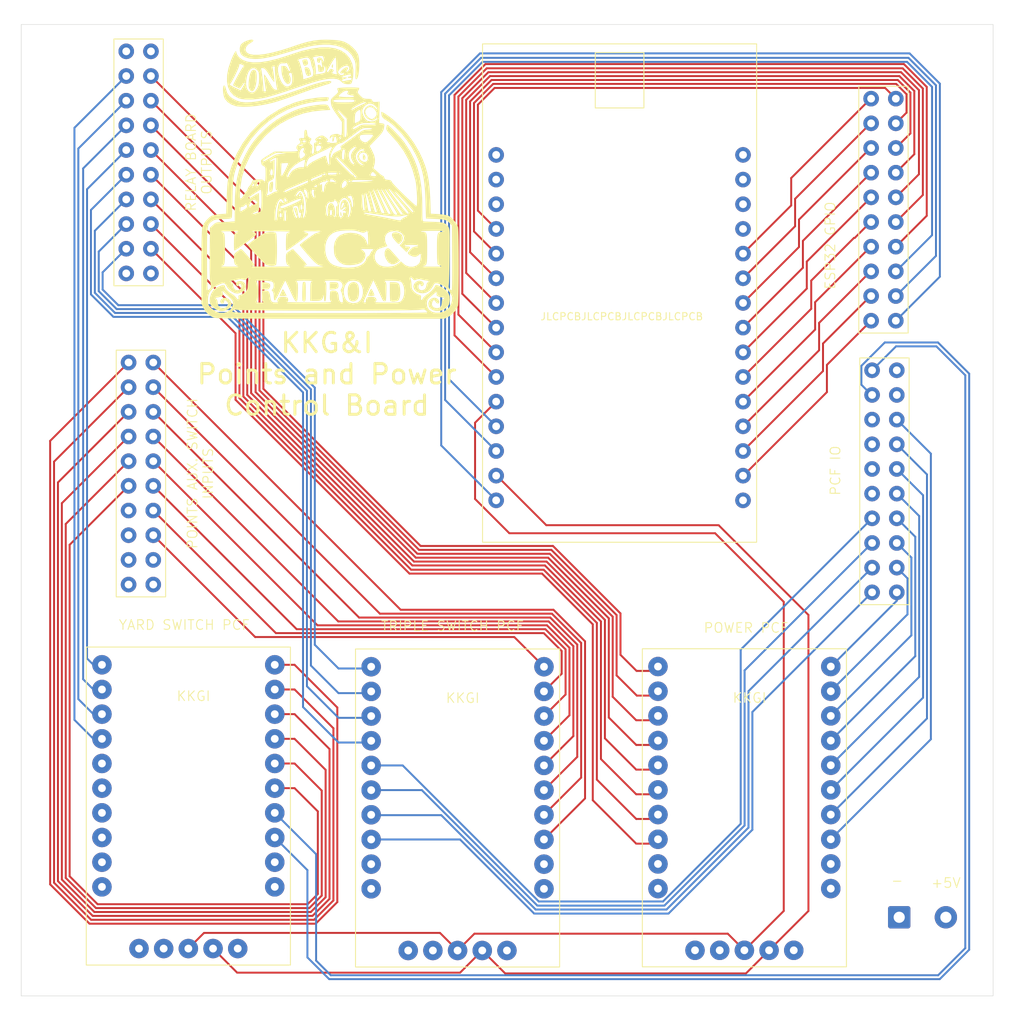
<source format=kicad_pcb>
(kicad_pcb (version 20241229) (generator "pcbnew") (generator_version "9.0")
  (layers (0 "F.Cu" signal) (4 "In1.Cu" signal) (6 "In2.Cu" signal) (2 "B.Cu" signal) (13 "F.Paste" user) (15 "B.Paste" user) (5 "F.SilkS" user "F.Silkscreen") (7 "B.SilkS" user "B.Silkscreen") (1 "F.Mask" user) (3 "B.Mask" user) (25 "Edge.Cuts" user))
  (net 0 "")
  (net 1 "Net-(U2-P15)")
  (net 2 "Net-(U2-P10)")
  (net 3 "+5V")
  (net 4 "Net-(U2-P12)")
  (net 5 "Net-(U2-P17)")
  (net 6 "Net-(U2-P11)")
  (net 7 "GND")
  (net 9 "Net-(U2-P13)")
  (net 10 "Net-(U2-P14)")
  (net 11 "Net-(U2-P16)")
  (net 12 "Net-(U3-P13)")
  (net 13 "Net-(U3-P11)")
  (net 14 "Net-(U3-P03)")
  (net 15 "Net-(U3-P06)")
  (net 17 "Net-(U3-P07)")
  (net 18 "Net-(U3-P12)")
  (net 19 "Net-(U3-P05)")
  (net 20 "Net-(U3-P04)")
  (net 21 "Net-(U3-P10)")
  (net 22 "Net-(U3-P02)")
  (net 23 "Net-(U4-P07)")
  (net 24 "Net-(U4-P01)")
  (net 25 "Net-(U4-P06)")
  (net 26 "Net-(U4-P10)")
  (net 27 "Net-(U4-P12)")
  (net 28 "Net-(U4-P03)")
  (net 29 "Net-(U4-P02)")
  (net 30 "Net-(U4-P04)")
  (net 31 "Net-(U4-P05)")
  (net 32 "Net-(U4-P11)")
  (net 33 "Net-(U4-P00)")
  (net 34 "Net-(U4-P13)")
  (net 36 "Net-(U1-GPIO14)")
  (net 37 "Net-(U1-GPIO35)")
  (net 38 "Net-(U1-GPIO27)")
  (net 39 "Net-(U1-GPIO26)")
  (net 41 "Net-(U1-GPIO34)")
  (net 43 "Net-(U1-GPIO39)")
  (net 45 "Net-(U1-GPIO36)")
  (net 46 "Net-(U1-GPIO32)")
  (net 47 "Net-(U1-GPIO33)")
  (net 48 "Net-(U1-GPIO25)")
  (net 51 "Net-(U1-I2C_SDA)")
  (net 53 "Net-(U1-I2C_SCL)")
  (net 56 "Net-(U1-GPIO16)")
  (net 57 "Net-(U1-GPIO18)")
  (net 58 "Net-(U1-GPIO19)")
  (net 59 "Net-(U1-GPIO23)")
  (net 60 "Net-(U1-GPIO1)")
  (net 61 "Net-(U1-GPIO2)")
  (net 62 "Net-(U1-GPIO3)")
  (net 63 "Net-(U1-GPIO4)")
  (net 64 "Net-(U1-GPIO17)")
  (net 65 "Net-(U1-GPIO5)")
  (net 66 "Net-(U2-P05)")
  (net 67 "Net-(U2-P03)")
  (net 69 "Net-(U2-P01)")
  (net 72 "Net-(U2-P06)")
  (net 73 "Net-(U2-P02)")
  (net 75 "Net-(U2-P04)")
  (net 76 "Net-(U2-P00)")
  (net 77 "Net-(U2-P07)")
  (net 79 "Net-(U3-P17)")
  (net 80 "Net-(U3-P01)")
  (net 81 "Net-(U3-P16)")
  (net 82 "Net-(U3-P00)")
  (net 83 "Net-(U4-P14)")
  (net 84 "Net-(U4-P15)")
  (net 85 "Net-(U4-P16)")
  (net 86 "Net-(U4-P17)")
  (net 87 "Net-(U3-P15)")
  (net 88 "Net-(U3-P14)")
  (footprint "KKGI:2X10_HEADER" (layer "F.Cu") (at 149.26 50.78)
    (property "Reference" "U8" (hide yes))
    (property "Value" "~" (hide yes))
  )
  (footprint "LOGO" (layer "F.Cu") (at 92.37 59.36)
    (property "Reference" "G***")
    (property "Value" "LOGO" (hide yes))
  )
  (footprint "KKGI:PCF8575" (layer "F.Cu") (at 134.95 123.21)
    (property "Reference" "U2" (hide yes))
    (property "Value" "Power PCF")
  )
  (footprint "KKGI:2X10_HEADER" (layer "F.Cu") (at 149.36 101.6 180)
    (property "Reference" "U7" (hide yes))
    (property "Value" "~" (hide yes))
  )
  (footprint "KKGI:PCF8575" (layer "F.Cu") (at 105.44 123.23)
    (property "Reference" "U4" (hide yes))
    (property "Value" "Triple Switch PCF")
  )
  (footprint "Connector_Wire:SolderWire-0.5sqmm_1x02_P4.8mm_D0.9mm_OD2.3mm" (layer "F.Cu") (at 150.88 135.05)
    (property "Reference" "J1" (hide yes))
    (property "Value" "Screw_Terminal_01x02")
  )
  (footprint "KKGI:2X10_HEADER" (layer "F.Cu") (at 72.62 45.91)
    (property "Reference" "U6" (hide yes))
    (property "Value" "Relay Board")
  )
  (footprint "KKGI:ESP32_DEVKIT" (layer "F.Cu") (at 122.11 70.54 180)
    (property "Reference" "U1" (hide yes))
    (property "Value" "~")
  )
  (footprint "KKGI:PCF8575" (layer "F.Cu") (at 77.74 123.03)
    (property "Reference" "U3" (hide yes))
    (property "Value" "Yard Switch PCF")
  )
  (footprint "KKGI:2X10_HEADER" (layer "F.Cu") (at 72.86 77.94)
    (property "Reference" "U5" (hide yes))
    (property "Value" "Points Aux Switches" (hide yes))
  )
  (gr_rect (start 60.54 43.145) (end 160.54 143.145) (stroke (width 0.05)) (fill no) (layer "Edge.Cuts"))
  (gr_text "RELAY BOARD\nOUTPUTS" (at 80.21 57.34 90) (layer "F.SilkS") (effects (font (size 1 1) (thickness 0.1)) (justify bottom)))
  (gr_text "POWER PCF" (at 135.12 105.84 0) (layer "F.SilkS") (effects (font (size 1 1) (thickness 0.1)) (justify bottom)))
  (gr_text "KKG&I\nPoints and Power\nControl Board" (at 91.99 83.53 0) (layer "F.SilkS") (effects (font (size 2 2) (thickness 0.3)) (justify bottom)))
  (gr_text "-" (at 150.67 131.85 0) (layer "F.SilkS") (effects (font (size 1 1) (thickness 0.1)) (justify bottom)))
  (gr_text "ESP32 GPIO" (at 144.37 65.9 90) (layer "F.SilkS") (effects (font (size 1 1) (thickness 0.1)) (justify bottom)))
  (gr_text "JLCPCBJLCPCBJLCPCBJLCPCB" (at 122.33 73.65 0) (layer "F.SilkS") (effects (font (size 0.75 0.75) (thickness 0.1)) (justify bottom)))
  (gr_text "TRIPLE SWITCH PCF" (at 104.92 105.66 0) (layer "F.SilkS") (effects (font (size 1 1) (thickness 0.1)) (justify bottom)))
  (gr_text "+5V" (at 155.69 132.1 0) (layer "F.SilkS") (effects (font (size 1 1) (thickness 0.1)) (justify bottom)))
  (gr_text "POINTS AUX. SWITCH\nINPUTS" (at 80.36 89.37 90) (layer "F.SilkS") (effects (font (size 1 1) (thickness 0.1)) (justify bottom)))
  (gr_text "YARD SWITCH PCF" (at 77.32 105.54 0) (layer "F.SilkS") (effects (font (size 1 1) (thickness 0.1)) (justify bottom)))
  (gr_text "PCF IO" (at 144.9 89.07 90) (layer "F.SilkS") (effects (font (size 1 1) (thickness 0.1)) (justify bottom)))
  (segment (start 126.06 121.94) (end 125.61 122.39) (width 0.2) (layer "F.Cu") (net 1))
  (segment (start 100.7872 98.833) (end 83.398 81.4438) (width 0.2) (layer "F.Cu") (net 1))
  (segment (start 120.19 118.76) (end 120.19 104.597096) (width 0.2) (layer "F.Cu") (net 1))
  (segment (start 125.61 122.39) (end 123.82 122.39) (width 0.2) (layer "F.Cu") (net 1))
  (segment (start 83.398 70.658) (end 73.89 61.15) (width 0.2) (layer "F.Cu") (net 1))
  (segment (start 123.82 122.39) (end 120.19 118.76) (width 0.2) (layer "F.Cu") (net 1))
  (segment (start 114.425904 98.833) (end 100.7872 98.833) (width 0.2) (layer "F.Cu") (net 1))
  (segment (start 120.19 104.597096) (end 114.425904 98.833) (width 0.2) (layer "F.Cu") (net 1))
  (segment (start 83.398 81.4438) (end 83.398 70.658) (width 0.2) (layer "F.Cu") (net 1))
  (segment (start 122.20245 108.032452) (end 122.20245 103.774052) (width 0.2) (layer "F.Cu") (net 2))
  (segment (start 123.859998 109.69) (end 122.20245 108.032452) (width 0.2) (layer "F.Cu") (net 2))
  (segment (start 85.46 60.02) (end 73.89 48.45) (width 0.2) (layer "F.Cu") (net 2))
  (segment (start 122.20245 103.774052) (end 115.256398 96.828) (width 0.2) (layer "F.Cu") (net 2))
  (segment (start 115.256398 96.828) (end 101.6393 96.828) (width 0.2) (layer "F.Cu") (net 2))
  (segment (start 85.46 80.6487) (end 85.46 60.02) (width 0.2) (layer "F.Cu") (net 2))
  (segment (start 125.61 109.69) (end 123.859998 109.69) (width 0.2) (layer "F.Cu") (net 2))
  (segment (start 101.6393 96.828) (end 85.46 80.6487) (width 0.2) (layer "F.Cu") (net 2))
  (segment (start 126.06 109.24) (end 125.61 109.69) (width 0.2) (layer "F.Cu") (net 2))
  (segment (start 123.82 114.77) (end 121.40045 112.35045) (width 0.2) (layer "F.Cu") (net 4))
  (segment (start 101.3071 97.63) (end 84.658 80.9809) (width 0.2) (layer "F.Cu") (net 4))
  (segment (start 126.06 114.32) (end 125.61 114.77) (width 0.2) (layer "F.Cu") (net 4))
  (segment (start 84.658 64.298) (end 73.89 53.53) (width 0.2) (layer "F.Cu") (net 4))
  (segment (start 84.658 80.9809) (end 84.658 64.298) (width 0.2) (layer "F.Cu") (net 4))
  (segment (start 121.40045 104.106252) (end 114.924198 97.63) (width 0.2) (layer "F.Cu") (net 4))
  (segment (start 114.924198 97.63) (end 101.3071 97.63) (width 0.2) (layer "F.Cu") (net 4))
  (segment (start 121.40045 112.35045) (end 121.40045 104.106252) (width 0.2) (layer "F.Cu") (net 4))
  (segment (start 125.61 114.77) (end 123.82 114.77) (width 0.2) (layer "F.Cu") (net 4))
  (segment (start 82.596 81.776) (end 82.596 74.936) (width 0.2) (layer "F.Cu") (net 5))
  (segment (start 114.129702 99.671) (end 100.491 99.671) (width 0.2) (layer "F.Cu") (net 5))
  (segment (start 123.82 127.47) (end 119.35 123) (width 0.2) (layer "F.Cu") (net 5))
  (segment (start 82.596 74.936) (end 73.89 66.23) (width 0.2) (layer "F.Cu") (net 5))
  (segment (start 119.35 104.891298) (end 114.129702 99.671) (width 0.2) (layer "F.Cu") (net 5))
  (segment (start 119.35 123) (end 119.35 104.891298) (width 0.2) (layer "F.Cu") (net 5))
  (segment (start 100.491 99.671) (end 82.596 81.776) (width 0.2) (layer "F.Cu") (net 5))
  (segment (start 126.06 127.02) (end 125.61 127.47) (width 0.2) (layer "F.Cu") (net 5))
  (segment (start 125.61 127.47) (end 123.82 127.47) (width 0.2) (layer "F.Cu") (net 5))
  (segment (start 121.80145 103.940152) (end 115.090298 97.229) (width 0.2) (layer "F.Cu") (net 6))
  (segment (start 126.06 111.78) (end 125.61 112.23) (width 0.2) (layer "F.Cu") (net 6))
  (segment (start 115.090298 97.229) (end 101.4732 97.229) (width 0.2) (layer "F.Cu") (net 6))
  (segment (start 85.059 62.159) (end 73.89 50.99) (width 0.2) (layer "F.Cu") (net 6))
  (segment (start 85.059 80.8148) (end 85.059 62.159) (width 0.2) (layer "F.Cu") (net 6))
  (segment (start 101.4732 97.229) (end 85.059 80.8148) (width 0.2) (layer "F.Cu") (net 6))
  (segment (start 123.879998 112.23) (end 121.80145 110.151452) (width 0.2) (layer "F.Cu") (net 6))
  (segment (start 121.80145 110.151452) (end 121.80145 103.940152) (width 0.2) (layer "F.Cu") (net 6))
  (segment (start 125.61 112.23) (end 123.879998 112.23) (width 0.2) (layer "F.Cu") (net 6))
  (segment (start 125.61 117.31) (end 126.06 116.86) (width 0.2) (layer "F.Cu") (net 9))
  (segment (start 101.141 98.031) (end 114.758102 98.031) (width 0.2) (layer "F.Cu") (net 9))
  (segment (start 73.89 56.07) (end 84.2 66.38) (width 0.2) (layer "F.Cu") (net 9))
  (segment (start 120.99945 104.272348) (end 120.99945 114.489452) (width 0.2) (layer "F.Cu") (net 9))
  (segment (start 84.2 66.38) (end 84.2 81.09) (width 0.2) (layer "F.Cu") (net 9))
  (segment (start 84.2 81.09) (end 101.141 98.031) (width 0.2) (layer "F.Cu") (net 9))
  (segment (start 123.819998 117.31) (end 125.61 117.31) (width 0.2) (layer "F.Cu") (net 9))
  (segment (start 120.99945 114.489452) (end 123.819998 117.31) (width 0.2) (layer "F.Cu") (net 9))
  (segment (start 114.758102 98.031) (end 120.99945 104.272348) (width 0.2) (layer "F.Cu") (net 9))
  (segment (start 120.59845 116.62845) (end 123.82 119.85) (width 0.2) (layer "F.Cu") (net 10))
  (segment (start 73.89 58.61) (end 83.799 68.519) (width 0.2) (layer "F.Cu") (net 10))
  (segment (start 114.592 98.432) (end 120.59845 104.43845) (width 0.2) (layer "F.Cu") (net 10))
  (segment (start 83.799 68.519) (end 83.799 81.277698) (width 0.2) (layer "F.Cu") (net 10))
  (segment (start 123.82 119.85) (end 125.61 119.85) (width 0.2) (layer "F.Cu") (net 10))
  (segment (start 100.953302 98.432) (end 114.592 98.432) (width 0.2) (layer "F.Cu") (net 10))
  (segment (start 120.59845 104.43845) (end 120.59845 116.62845) (width 0.2) (layer "F.Cu") (net 10))
  (segment (start 83.799 81.277698) (end 100.953302 98.432) (width 0.2) (layer "F.Cu") (net 10))
  (segment (start 125.61 119.85) (end 126.06 119.4) (width 0.2) (layer "F.Cu") (net 10))
  (segment (start 119.77 120.88) (end 123.82 124.93) (width 0.2) (layer "F.Cu") (net 11))
  (segment (start 82.997 72.797) (end 82.997 81.6099) (width 0.2) (layer "F.Cu") (net 11))
  (segment (start 123.82 124.93) (end 125.61 124.93) (width 0.2) (layer "F.Cu") (net 11))
  (segment (start 100.6571 99.27) (end 114.295804 99.27) (width 0.2) (layer "F.Cu") (net 11))
  (segment (start 125.61 124.93) (end 126.06 124.48) (width 0.2) (layer "F.Cu") (net 11))
  (segment (start 119.77 104.744196) (end 119.77 120.88) (width 0.2) (layer "F.Cu") (net 11))
  (segment (start 82.997 81.6099) (end 100.6571 99.27) (width 0.2) (layer "F.Cu") (net 11))
  (segment (start 114.295804 99.27) (end 119.77 104.744196) (width 0.2) (layer "F.Cu") (net 11))
  (segment (start 73.89 63.69) (end 82.997 72.797) (width 0.2) (layer "F.Cu") (net 11))
  (segment (start 71.35 48.45) (end 66.019 53.781) (width 0.2) (layer "B.Cu") (net 12))
  (segment (start 68.58 116.95) (end 68.85 116.68) (width 0.2) (layer "B.Cu") (net 12))
  (segment (start 66.019 114.729) (end 68.24 116.95) (width 0.2) (layer "B.Cu") (net 12))
  (segment (start 68.24 116.95) (end 68.58 116.95) (width 0.2) (layer "B.Cu") (net 12))
  (segment (start 66.019 53.781) (end 66.019 114.729) (width 0.2) (layer "B.Cu") (net 12))
  (segment (start 68.85 111.6) (end 68.58 111.87) (width 0.2) (layer "B.Cu") (net 13))
  (segment (start 68.58 111.87) (end 68.24 111.87) (width 0.2) (layer "B.Cu") (net 13))
  (segment (start 66.915 57.965) (end 71.35 53.53) (width 0.2) (layer "B.Cu") (net 13))
  (segment (start 66.915 110.545) (end 66.915 57.965) (width 0.2) (layer "B.Cu") (net 13))
  (segment (start 68.24 111.87) (end 66.915 110.545) (width 0.2) (layer "B.Cu") (net 13))
  (segment (start 91.462 132.8196) (end 91.462 122.012) (width 0.2) (layer "F.Cu") (net 14))
  (segment (start 65.124 130.9956) (end 68.2344 134.106) (width 0.2) (layer "F.Cu") (net 14))
  (segment (start 91.462 122.012) (end 88.67 119.22) (width 0.2) (layer "F.Cu") (net 14))
  (segment (start 90.1756 134.106) (end 91.462 132.8196) (width 0.2) (layer "F.Cu") (net 14))
  (segment (start 65.124 94.566) (end 65.124 130.9956) (width 0.2) (layer "F.Cu") (net 14))
  (segment (start 71.59 88.1) (end 65.124 94.566) (width 0.2) (layer "F.Cu") (net 14))
  (segment (start 88.67 119.22) (end 86.63 119.22) (width 0.2) (layer "F.Cu") (net 14))
  (segment (start 68.2344 134.106) (end 90.1756 134.106) (width 0.2) (layer "F.Cu") (net 14))
  (segment (start 67.7361 135.309) (end 63.921 131.4939) (width 0.2) (layer "F.Cu") (net 15))
  (segment (start 90.6739 135.309) (end 67.7361 135.309) (width 0.2) (layer "F.Cu") (net 15))
  (segment (start 63.921 131.4939) (end 63.921 88.149) (width 0.2) (layer "F.Cu") (net 15))
  (segment (start 92.665 133.3179) (end 90.6739 135.309) (width 0.2) (layer "F.Cu") (net 15))
  (segment (start 88.67 111.6) (end 92.665 115.595) (width 0.2) (layer "F.Cu") (net 15))
  (segment (start 86.63 111.6) (end 88.67 111.6) (width 0.2) (layer "F.Cu") (net 15))
  (segment (start 92.665 115.595) (end 92.665 133.3179) (width 0.2) (layer "F.Cu") (net 15))
  (segment (start 63.921 88.149) (end 71.59 80.48) (width 0.2) (layer "F.Cu") (net 15))
  (segment (start 63.52 86.01) (end 71.59 77.94) (width 0.2) (layer "F.Cu") (net 17))
  (segment (start 63.52 131.66) (end 63.52 86.01) (width 0.2) (layer "F.Cu") (net 17))
  (segment (start 93.066 133.484) (end 90.84 135.71) (width 0.2) (layer "F.Cu") (net 17))
  (segment (start 67.57 135.71) (end 63.52 131.66) (width 0.2) (layer "F.Cu") (net 17))
  (segment (start 93.066 113.456) (end 93.066 133.484) (width 0.2) (layer "F.Cu") (net 17))
  (segment (start 88.67 109.06) (end 93.066 113.456) (width 0.2) (layer "F.Cu") (net 17))
  (segment (start 86.63 109.06) (end 88.67 109.06) (width 0.2) (layer "F.Cu") (net 17))
  (segment (start 90.84 135.71) (end 67.57 135.71) (width 0.2) (layer "F.Cu") (net 17))
  (segment (start 66.42 112.59) (end 66.42 55.92) (width 0.2) (layer "B.Cu") (net 18))
  (segment (start 66.42 55.92) (end 71.35 50.99) (width 0.2) (layer "B.Cu") (net 18))
  (segment (start 68.58 114.41) (end 68.24 114.41) (width 0.2) (layer "B.Cu") (net 18))
  (segment (start 68.24 114.41) (end 66.42 112.59) (width 0.2) (layer "B.Cu") (net 18))
  (segment (start 68.85 114.14) (end 68.58 114.41) (width 0.2) (layer "B.Cu") (net 18))
  (segment (start 64.322 90.288) (end 64.322 131.3278) (width 0.2) (layer "F.Cu") (net 19))
  (segment (start 67.9022 134.908) (end 90.5078 134.908) (width 0.2) (layer "F.Cu") (net 19))
  (segment (start 71.59 83.02) (end 64.322 90.288) (width 0.2) (layer "F.Cu") (net 19))
  (segment (start 88.67 114.14) (end 86.63 114.14) (width 0.2) (layer "F.Cu") (net 19))
  (segment (start 90.5078 134.908) (end 92.264 133.1518) (width 0.2) (layer "F.Cu") (net 19))
  (segment (start 92.264 117.734) (end 88.67 114.14) (width 0.2) (layer "F.Cu") (net 19))
  (segment (start 64.322 131.3278) (end 67.9022 134.908) (width 0.2) (layer "F.Cu") (net 19))
  (segment (start 92.264 133.1518) (end 92.264 117.734) (width 0.2) (layer "F.Cu") (net 19))
  (segment (start 86.63 116.68) (end 88.67 116.68) (width 0.2) (layer "F.Cu") (net 20))
  (segment (start 91.863 119.873) (end 91.863 132.9857) (width 0.2) (layer "F.Cu") (net 20))
  (segment (start 91.863 132.9857) (end 90.3417 134.507) (width 0.2) (layer "F.Cu") (net 20))
  (segment (start 64.723 92.427) (end 71.59 85.56) (width 0.2) (layer "F.Cu") (net 20))
  (segment (start 90.3417 134.507) (end 68.0683 134.507) (width 0.2) (layer "F.Cu") (net 20))
  (segment (start 88.67 116.68) (end 91.863 119.873) (width 0.2) (layer "F.Cu") (net 20))
  (segment (start 64.723 131.1617) (end 64.723 92.427) (width 0.2) (layer "F.Cu") (net 20))
  (segment (start 68.0683 134.507) (end 64.723 131.1617) (width 0.2) (layer "F.Cu") (net 20))
  (segment (start 67.316 60.104) (end 71.35 56.07) (width 0.2) (layer "B.Cu") (net 21))
  (segment (start 68.24 109.33) (end 67.316 108.406) (width 0.2) (layer "B.Cu") (net 21))
  (segment (start 68.85 109.06) (end 68.58 109.33) (width 0.2) (layer "B.Cu") (net 21))
  (segment (start 67.316 108.406) (end 67.316 60.104) (width 0.2) (layer "B.Cu") (net 21))
  (segment (start 68.58 109.33) (end 68.24 109.33) (width 0.2) (layer "B.Cu") (net 21))
  (segment (start 91.061 124.151) (end 91.061 132.6535) (width 0.2) (layer "F.Cu") (net 22))
  (segment (start 88.67 121.76) (end 91.061 124.151) (width 0.2) (layer "F.Cu") (net 22))
  (segment (start 86.63 121.76) (end 88.67 121.76) (width 0.2) (layer "F.Cu") (net 22))
  (segment (start 90.0095 133.705) (end 68.4005 133.705) (width 0.2) (layer "F.Cu") (net 22))
  (segment (start 68.4005 133.705) (end 65.525 130.8295) (width 0.2) (layer "F.Cu") (net 22))
  (segment (start 65.525 130.8295) (end 65.525 96.705) (width 0.2) (layer "F.Cu") (net 22))
  (segment (start 91.061 132.6535) (end 90.0095 133.705) (width 0.2) (layer "F.Cu") (net 22))
  (segment (start 65.525 96.705) (end 71.59 90.64) (width 0.2) (layer "F.Cu") (net 22))
  (segment (start 111.27 106.2) (end 84.61 106.2) (width 0.2) (layer "F.Cu") (net 23))
  (segment (start 114.33 109.26) (end 111.27 106.2) (width 0.2) (layer "F.Cu") (net 23))
  (segment (start 84.61 106.2) (end 74.13 95.72) (width 0.2) (layer "F.Cu") (net 23))
  (segment (start 97.444 103.794) (end 115.1395 103.794) (width 0.2) (layer "F.Cu") (net 24))
  (segment (start 118.155 120.675) (end 114.33 124.5) (width 0.2) (layer "F.Cu") (net 24))
  (segment (start 118.155 106.8095) (end 118.155 120.675) (width 0.2) (layer "F.Cu") (net 24))
  (segment (start 74.13 80.48) (end 97.444 103.794) (width 0.2) (layer "F.Cu") (net 24))
  (segment (start 115.1395 103.794) (end 118.155 106.8095) (width 0.2) (layer "F.Cu") (net 24))
  (segment (start 86.749 105.799) (end 74.13 93.18) (width 0.2) (layer "F.Cu") (net 25))
  (segment (start 86.749 105.799) (end 114.309 105.799) (width 0.2) (layer "F.Cu") (net 25))
  (segment (start 114.309 105.799) (end 116.15 107.64) (width 0.2) (layer "F.Cu") (net 25))
  (segment (start 116.15 109.98) (end 114.33 111.8) (width 0.2) (layer "F.Cu") (net 25))
  (segment (start 116.15 107.64) (end 116.15 109.98) (width 0.2) (layer "F.Cu") (net 25))
  (segment (start 71.35 66.23) (end 68.92 68.66) (width 0.2) (layer "B.Cu") (net 26))
  (segment (start 70.53 72.04) (end 82.26 72.04) (width 0.2) (layer "B.Cu") (net 26))
  (segment (start 82.26 72.04) (end 90.75 80.53) (width 0.2) (layer "B.Cu") (net 26))
  (segment (start 68.92 70.43) (end 70.53 72.04) (width 0.2) (layer "B.Cu") (net 26))
  (segment (start 90.75 80.53) (end 90.75 107) (width 0.2) (layer "B.Cu") (net 26))
  (segment (start 68.92 68.66) (end 68.92 70.43) (width 0.2) (layer "B.Cu") (net 26))
  (segment (start 96.37 109.44) (end 96.55 109.26) (width 0.2) (layer "B.Cu") (net 26))
  (segment (start 90.75 107) (end 93.19 109.44) (width 0.2) (layer "B.Cu") (net 26))
  (segment (start 93.19 109.44) (end 96.37 109.44) (width 0.2) (layer "B.Cu") (net 26))
  (segment (start 96.37 114.52) (end 93.19 114.52) (width 0.2) (layer "B.Cu") (net 27))
  (segment (start 89.94 80.8542) (end 81.9278 72.842) (width 0.2) (layer "B.Cu") (net 27))
  (segment (start 68.118 64.382) (end 71.35 61.15) (width 0.2) (layer "B.Cu") (net 27))
  (segment (start 93.19 114.52) (end 89.94 111.27) (width 0.2) (layer "B.Cu") (net 27))
  (segment (start 81.9278 72.842) (end 70.1978 72.842) (width 0.2) (layer "B.Cu") (net 27))
  (segment (start 89.94 111.27) (end 89.94 80.8542) (width 0.2) (layer "B.Cu") (net 27))
  (segment (start 68.118 70.7622) (end 68.118 64.382) (width 0.2) (layer "B.Cu") (net 27))
  (segment (start 70.1978 72.842) (end 68.118 70.7622) (width 0.2) (layer "B.Cu") (net 27))
  (segment (start 96.55 114.34) (end 96.37 114.52) (width 0.2) (layer "B.Cu") (net 27))
  (segment (start 93.166 104.596) (end 114.8073 104.596) (width 0.2) (layer "F.Cu") (net 28))
  (segment (start 117.353 116.397) (end 114.33 119.42) (width 0.2) (layer "F.Cu") (net 28))
  (segment (start 117.353 107.1417) (end 117.353 116.397) (width 0.2) (layer "F.Cu") (net 28))
  (segment (start 114.8073 104.596) (end 117.353 107.1417) (width 0.2) (layer "F.Cu") (net 28))
  (segment (start 74.13 85.56) (end 93.166 104.596) (width 0.2) (layer "F.Cu") (net 28))
  (segment (start 117.754 106.9756) (end 117.754 118.536) (width 0.2) (layer "F.Cu") (net 29))
  (segment (start 95.305 104.195) (end 114.9734 104.195) (width 0.2) (layer "F.Cu") (net 29))
  (segment (start 117.754 118.536) (end 114.33 121.96) (width 0.2) (layer "F.Cu") (net 29))
  (segment (start 114.9734 104.195) (end 117.754 106.9756) (width 0.2) (layer "F.Cu") (net 29))
  (segment (start 95.305 104.195) (end 74.13 83.02) (width 0.2) (layer "F.Cu") (net 29))
  (segment (start 74.13 88.1) (end 91.027 104.997) (width 0.2) (layer "F.Cu") (net 30))
  (segment (start 116.952 107.3078) (end 116.952 114.258) (width 0.2) (layer "F.Cu") (net 30))
  (segment (start 91.027 104.997) (end 114.6412 104.997) (width 0.2) (layer "F.Cu") (net 30))
  (segment (start 114.6412 104.997) (end 116.952 107.3078) (width 0.2) (layer "F.Cu") (net 30))
  (segment (start 116.952 114.258) (end 114.33 116.88) (width 0.2) (layer "F.Cu") (net 30))
  (segment (start 116.551 107.4739) (end 116.551 112.119) (width 0.2) (layer "F.Cu") (net 31))
  (segment (start 116.551 112.119) (end 114.33 114.34) (width 0.2) (layer "F.Cu") (net 31))
  (segment (start 88.888 105.398) (end 114.4751 105.398) (width 0.2) (layer "F.Cu") (net 31))
  (segment (start 114.4751 105.398) (end 116.551 107.4739) (width 0.2) (layer "F.Cu") (net 31))
  (segment (start 74.13 90.64) (end 88.888 105.398) (width 0.2) (layer "F.Cu") (net 31))
  (segment (start 68.519 70.5961) (end 68.519 66.521) (width 0.2) (layer "B.Cu") (net 32))
  (segment (start 68.519 66.521) (end 71.35 63.69) (width 0.2) (layer "B.Cu") (net 32))
  (segment (start 96.37 111.98) (end 93.19 111.98) (width 0.2) (layer "B.Cu") (net 32))
  (segment (start 90.349 80.6961) (end 82.0939 72.441) (width 0.2) (layer "B.Cu") (net 32))
  (segment (start 90.349 109.139) (end 90.349 80.6961) (width 0.2) (layer "B.Cu") (net 32))
  (segment (start 70.3639 72.441) (end 68.519 70.5961) (width 0.2) (layer "B.Cu") (net 32))
  (segment (start 96.55 111.8) (end 96.37 111.98) (width 0.2) (layer "B.Cu") (net 32))
  (segment (start 93.19 111.98) (end 90.349 109.139) (width 0.2) (layer "B.Cu") (net 32))
  (segment (start 82.0939 72.441) (end 70.3639 72.441) (width 0.2) (layer "B.Cu") (net 32))
  (segment (start 74.13 77.94) (end 99.583 103.393) (width 0.2) (layer "F.Cu") (net 33))
  (segment (start 115.3056 103.393) (end 118.556 106.6434) (width 0.2) (layer "F.Cu") (net 33))
  (segment (start 99.583 103.393) (end 115.3056 103.393) (width 0.2) (layer "F.Cu") (net 33))
  (segment (start 118.556 106.6434) (end 118.556 122.814) (width 0.2) (layer "F.Cu") (net 33))
  (segment (start 118.556 122.814) (end 114.33 127.04) (width 0.2) (layer "F.Cu") (net 33))
  (segment (start 70.0317 73.243) (end 67.717 70.9283) (width 0.2) (layer "B.Cu") (net 34))
  (segment (start 67.717 70.9283) (end 67.717 62.243) (width 0.2) (layer "B.Cu") (net 34))
  (segment (start 89.539 113.409) (end 89.539 81.0203) (width 0.2) (layer "B.Cu") (net 34))
  (segment (start 81.7617 73.243) (end 70.0317 73.243) (width 0.2) (layer "B.Cu") (net 34))
  (segment (start 89.539 81.0203) (end 81.7617 73.243) (width 0.2) (layer "B.Cu") (net 34))
  (segment (start 93.19 117.06) (end 89.539 113.409) (width 0.2) (layer "B.Cu") (net 34))
  (segment (start 96.37 117.06) (end 93.19 117.06) (width 0.2) (layer "B.Cu") (net 34))
  (segment (start 96.55 116.88) (end 96.37 117.06) (width 0.2) (layer "B.Cu") (net 34))
  (segment (start 67.717 62.243) (end 71.35 58.61) (width 0.2) (layer "B.Cu") (net 34))
  (segment (start 147.99 50.78) (end 147.94 50.78) (width 0.2) (layer "F.Cu") (net 36))
  (segment (start 139.767 58.953) (end 139.767 61.773) (width 0.2) (layer "F.Cu") (net 36))
  (segment (start 147.94 50.78) (end 139.767 58.953) (width 0.2) (layer "F.Cu") (net 36))
  (segment (start 139.767 61.773) (end 134.81 66.73) (width 0.2) (layer "F.Cu") (net 36))
  (segment (start 142.229 74.551) (end 134.81 81.97) (width 0.2) (layer "F.Cu") (net 37))
  (segment (start 142.229 71.731) (end 142.229 74.551) (width 0.2) (layer "F.Cu") (net 37))
  (segment (start 147.99 66.02) (end 147.94 66.02) (width 0.2) (layer "F.Cu") (net 37))
  (segment (start 147.94 66.02) (end 142.229 71.731) (width 0.2) (layer "F.Cu") (net 37))
  (segment (start 147.94 53.32) (end 140.168 61.092) (width 0.2) (layer "F.Cu") (net 38))
  (segment (start 140.168 63.912) (end 134.81 69.27) (width 0.2) (layer "F.Cu") (net 38))
  (segment (start 147.99 53.32) (end 147.94 53.32) (width 0.2) (layer "F.Cu") (net 38))
  (segment (start 140.168 61.092) (end 140.168 63.912) (width 0.2) (layer "F.Cu") (net 38))
  (segment (start 147.99 55.86) (end 147.94 55.86) (width 0.2) (layer "F.Cu") (net 39))
  (segment (start 147.94 55.86) (end 140.569 63.231) (width 0.2) (layer "F.Cu") (net 39))
  (segment (start 140.569 63.231) (end 140.569 66.051) (width 0.2) (layer "F.Cu") (net 39))
  (segment (start 140.569 66.051) (end 134.81 71.81) (width 0.2) (layer "F.Cu") (net 39))
  (segment (start 134.81 84.51) (end 142.638 76.682) (width 0.2) (layer "F.Cu") (net 41))
  (segment (start 142.638 73.862) (end 147.94 68.56) (width 0.2) (layer "F.Cu") (net 41))
  (segment (start 147.94 68.56) (end 147.99 68.56) (width 0.2) (layer "F.Cu") (net 41))
  (segment (start 142.638 76.682) (end 142.638 73.862) (width 0.2) (layer "F.Cu") (net 41))
  (segment (start 147.93 71.1) (end 147.99 71.1) (width 0.2) (layer "F.Cu") (net 43))
  (segment (start 143.039 78.821) (end 143.039 75.991) (width 0.2) (layer "F.Cu") (net 43))
  (segment (start 143.039 75.991) (end 147.93 71.1) (width 0.2) (layer "F.Cu") (net 43))
  (segment (start 134.81 87.05) (end 143.039 78.821) (width 0.2) (layer "F.Cu") (net 43))
  (segment (start 143.44 80.99) (end 134.84 89.59) (width 0.2) (layer "F.Cu") (net 45))
  (segment (start 143.44 78.19) (end 143.44 80.99) (width 0.2) (layer "F.Cu") (net 45))
  (segment (start 134.84 89.59) (end 134.81 89.59) (width 0.2) (layer "F.Cu") (net 45))
  (segment (start 147.99 73.64) (end 143.44 78.19) (width 0.2) (layer "F.Cu") (net 45))
  (segment (start 141.828 69.512) (end 146.23 65.11) (width 0.2) (layer "F.Cu") (net 46))
  (segment (start 146.23 65.11) (end 146.31 65.11) (width 0.2) (layer "F.Cu") (net 46))
  (segment (start 146.31 65.11) (end 147.94 63.48) (width 0.2) (layer "F.Cu") (net 46))
  (segment (start 147.94 63.48) (end 147.99 63.48) (width 0.2) (layer "F.Cu") (net 46))
  (segment (start 141.828 72.412) (end 141.828 69.512) (width 0.2) (layer "F.Cu") (net 46))
  (segment (start 134.81 79.43) (end 141.828 72.412) (width 0.2) (layer "F.Cu") (net 46))
  (segment (start 147.98 60.94) (end 141.371 67.549) (width 0.2) (layer "F.Cu") (net 47))
  (segment (start 141.371 67.549) (end 141.371 70.329) (width 0.2) (layer "F.Cu") (net 47))
  (segment (start 141.371 70.329) (end 134.81 76.89) (width 0.2) (layer "F.Cu") (net 47))
  (segment (start 147.99 60.94) (end 147.98 60.94) (width 0.2) (layer "F.Cu") (net 47))
  (segment (start 140.97 65.42) (end 147.99 58.4) (width 0.2) (layer "F.Cu") (net 48))
  (segment (start 140.97 68.19) (end 140.97 65.42) (width 0.2) (layer "F.Cu") (net 48))
  (segment (start 134.81 74.35) (end 140.97 68.19) (width 0.2) (layer "F.Cu") (net 48))
  (segment (start 79.35 136.66) (end 77.74 138.27) (width 0.2) (layer "F.Cu") (net 51))
  (segment (start 131.94 95.52) (end 110.77 95.52) (width 0.2) (layer "F.Cu") (net 51))
  (segment (start 134.95 138.45) (end 139 134.4) (width 0.2) (layer "F.Cu") (net 51))
  (segment (start 105.44 138.47) (end 103.63 136.66) (width 0.2) (layer "F.Cu") (net 51))
  (segment (start 107.24 91.99) (end 107.24 84.14) (width 0.2) (layer "F.Cu") (net 51))
  (segment (start 110.77 95.52) (end 107.24 91.99) (width 0.2) (layer "F.Cu") (net 51))
  (segment (start 133.24 136.74) (end 107.17 136.74) (width 0.2) (layer "F.Cu") (net 51))
  (segment (start 139 102.58) (end 131.94 95.52) (width 0.2) (layer "F.Cu") (net 51))
  (segment (start 107.17 136.74) (end 105.44 138.47) (width 0.2) (layer "F.Cu") (net 51))
  (segment (start 103.63 136.66) (end 79.35 136.66) (width 0.2) (layer "F.Cu") (net 51))
  (segment (start 107.24 84.14) (end 109.41 81.97) (width 0.2) (layer "F.Cu") (net 51))
  (segment (start 139 134.4) (end 139 102.58) (width 0.2) (layer "F.Cu") (net 51))
  (segment (start 134.95 138.45) (end 133.24 136.74) (width 0.2) (layer "F.Cu") (net 51))
  (segment (start 82.76 140.75) (end 80.28 138.27) (width 0.2) (layer "F.Cu") (net 53))
  (segment (start 132.3 94.69) (end 114.57 94.69) (width 0.2) (layer "F.Cu") (net 53))
  (segment (start 141.54 103.93) (end 132.3 94.69) (width 0.2) (layer "F.Cu") (net 53))
  (segment (start 105.7 140.75) (end 82.76 140.75) (width 0.2) (layer "F.Cu") (net 53))
  (segment (start 107.98 138.47) (end 105.7 140.75) (width 0.2) (layer "F.Cu") (net 53))
  (segment (start 110.34 140.83) (end 107.98 138.47) (width 0.2) (layer "F.Cu") (net 53))
  (segment (start 141.54 134.4) (end 141.54 103.93) (width 0.2) (layer "F.Cu") (net 53))
  (segment (start 137.49 138.45) (end 135.11 140.83) (width 0.2) (layer "F.Cu") (net 53))
  (segment (start 114.57 94.69) (end 109.47 89.59) (width 0.2) (layer "F.Cu") (net 53))
  (segment (start 135.11 140.83) (end 110.34 140.83) (width 0.2) (layer "F.Cu") (net 53))
  (segment (start 109.47 89.59) (end 109.41 89.59) (width 0.2) (layer "F.Cu") (net 53))
  (segment (start 137.49 138.45) (end 141.54 134.4) (width 0.2) (layer "F.Cu") (net 53))
  (segment (start 109.41 69.27) (end 106.728 66.588) (width 0.2) (layer "F.Cu") (net 56))
  (segment (start 106.728 51.0678) (end 108.9368 48.859) (width 0.2) (layer "F.Cu") (net 56))
  (segment (start 150.73315 48.859) (end 152.032 50.15785) (width 0.2) (layer "F.Cu") (net 56))
  (segment (start 106.728 66.588) (end 106.728 51.0678) (width 0.2) (layer "F.Cu") (net 56))
  (segment (start 108.9368 48.859) (end 150.73315 48.859) (width 0.2) (layer "F.Cu") (net 56))
  (segment (start 152.032 54.358) (end 150.53 55.86) (width 0.2) (layer "F.Cu") (net 56))
  (segment (start 152.032 50.15785) (end 152.032 54.358) (width 0.2) (layer "F.Cu") (net 56))
  (segment (start 151.23145 47.656) (end 153.311 49.73555) (width 0.2) (layer "F.Cu") (net 57))
  (segment (start 108.4385 47.656) (end 151.23145 47.656) (width 0.2) (layer "F.Cu") (net 57))
  (segment (start 153.311 49.73555) (end 153.311 60.699) (width 0.2) (layer "F.Cu") (net 57))
  (segment (start 105.525 73.005) (end 105.525 50.5695) (width 0.2) (layer "F.Cu") (net 57))
  (segment (start 105.525 50.5695) (end 108.4385 47.656) (width 0.2) (layer "F.Cu") (net 57))
  (segment (start 109.41 76.89) (end 105.525 73.005) (width 0.2) (layer "F.Cu") (net 57))
  (segment (start 153.311 60.699) (end 150.53 63.48) (width 0.2) (layer "F.Cu") (net 57))
  (segment (start 150.53 66.02) (end 153.712 62.838) (width 0.2) (layer "F.Cu") (net 58))
  (segment (start 153.712 49.56945) (end 151.36255 47.22) (width 0.2) (layer "F.Cu") (net 58))
  (segment (start 153.712 62.838) (end 153.712 49.56945) (width 0.2) (layer "F.Cu") (net 58))
  (segment (start 108.3074 47.22) (end 105.124 50.4034) (width 0.2) (layer "F.Cu") (net 58))
  (segment (start 151.36255 47.22) (end 108.3074 47.22) (width 0.2) (layer "F.Cu") (net 58))
  (segment (start 105.124 50.4034) (end 105.124 75.144) (width 0.2) (layer "F.Cu") (net 58))
  (segment (start 105.124 75.144) (end 109.41 79.43) (width 0.2) (layer "F.Cu") (net 58))
  (segment (start 155.062 69.108) (end 155.062 49.2378) (width 0.2) (layer "B.Cu") (net 59))
  (segment (start 151.9442 46.12) (end 107.7458 46.12) (width 0.2) (layer "B.Cu") (net 59))
  (segment (start 107.7458 46.12) (end 103.758 50.1078) (width 0.2) (layer "B.Cu") (net 59))
  (segment (start 150.53 73.64) (end 155.062 69.108) (width 0.2) (layer "B.Cu") (net 59))
  (segment (start 103.758 50.1078) (end 103.758 86.478) (width 0.2) (layer "B.Cu") (net 59))
  (segment (start 155.062 49.2378) (end 151.9442 46.12) (width 0.2) (layer "B.Cu") (net 59))
  (segment (start 103.758 86.478) (end 109.41 92.13) (width 0.2) (layer "B.Cu") (net 59))
  (segment (start 154.661 49.4039) (end 154.661 66.969) (width 0.2) (layer "B.Cu") (net 60))
  (segment (start 104.159 81.799) (end 104.159 50.2739) (width 0.2) (layer "B.Cu") (net 60))
  (segment (start 109.41 87.05) (end 104.159 81.799) (width 0.2) (layer "B.Cu") (net 60))
  (segment (start 151.8371 46.58) (end 154.661 49.4039) (width 0.2) (layer "B.Cu") (net 60))
  (segment (start 154.661 66.969) (end 150.53 71.1) (width 0.2) (layer "B.Cu") (net 60))
  (segment (start 104.159 50.2739) (end 107.8529 46.58) (width 0.2) (layer "B.Cu") (net 60))
  (segment (start 107.8529 46.58) (end 151.8371 46.58) (width 0.2) (layer "B.Cu") (net 60))
  (segment (start 109.251 49.679) (end 107.53 51.4) (width 0.2) (layer "F.Cu") (net 61))
  (segment (start 150.53 50.78) (end 149.429 49.679) (width 0.2) (layer "F.Cu") (net 61))
  (segment (start 107.53 62.31) (end 109.41 64.19) (width 0.2) (layer "F.Cu") (net 61))
  (segment (start 149.429 49.679) (end 109.251 49.679) (width 0.2) (layer "F.Cu") (net 61))
  (segment (start 107.53 51.4) (end 107.53 62.31) (width 0.2) (layer "F.Cu") (net 61))
  (segment (start 104.56 79.66) (end 104.56 50.44) (width 0.2) (layer "B.Cu") (net 62))
  (segment (start 154.26 64.83) (end 150.53 68.56) (width 0.2) (layer "B.Cu") (net 62))
  (segment (start 104.56 50.44) (end 108.01 46.99) (width 0.2) (layer "B.Cu") (net 62))
  (segment (start 108.01 46.99) (end 151.68 46.99) (width 0.2) (layer "B.Cu") (net 62))
  (segment (start 109.41 84.51) (end 104.56 79.66) (width 0.2) (layer "B.Cu") (net 62))
  (segment (start 151.68 46.99) (end 154.26 49.57) (width 0.2) (layer "B.Cu") (net 62))
  (segment (start 154.26 49.57) (end 154.26 64.83) (width 0.2) (layer "B.Cu") (net 62))
  (segment (start 107.129 51.2339) (end 107.129 64.449) (width 0.2) (layer "F.Cu") (net 63))
  (segment (start 109.1029 49.26) (end 107.129 51.2339) (width 0.2) (layer "F.Cu") (net 63))
  (segment (start 150.56705 49.26) (end 109.1029 49.26) (width 0.2) (layer "F.Cu") (net 63))
  (segment (start 151.631 50.32395) (end 150.56705 49.26) (width 0.2) (layer "F.Cu") (net 63))
  (segment (start 107.129 64.449) (end 109.41 66.73) (width 0.2) (layer "F.Cu") (net 63))
  (segment (start 150.53 53.32) (end 151.631 52.219) (width 0.2) (layer "F.Cu") (net 63))
  (segment (start 151.631 52.219) (end 151.631 50.32395) (width 0.2) (layer "F.Cu") (net 63))
  (segment (start 108.7707 48.458) (end 150.89925 48.458) (width 0.2) (layer "F.Cu") (net 64))
  (segment (start 152.433 56.497) (end 150.53 58.4) (width 0.2) (layer "F.Cu") (net 64))
  (segment (start 150.89925 48.458) (end 152.433 49.99175) (width 0.2) (layer "F.Cu") (net 64))
  (segment (start 109.41 71.81) (end 106.327 68.727) (width 0.2) (layer "F.Cu") (net 64))
  (segment (start 152.433 49.99175) (end 152.433 56.497) (width 0.2) (layer "F.Cu") (net 64))
  (segment (start 106.327 68.727) (end 106.327 50.9017) (width 0.2) (layer "F.Cu") (net 64))
  (segment (start 106.327 50.9017) (end 108.7707 48.458) (width 0.2) (layer "F.Cu") (net 64))
  (segment (start 105.926 50.7356) (end 108.6046 48.057) (width 0.2) (layer "F.Cu") (net 65))
  (segment (start 108.6046 48.057) (end 151.06535 48.057) (width 0.2) (layer "F.Cu") (net 65))
  (segment (start 152.91 49.90165) (end 152.91 58.56) (width 0.2) (layer "F.Cu") (net 65))
  (segment (start 152.91 58.56) (end 150.53 60.94) (width 0.2) (layer "F.Cu") (net 65))
  (segment (start 105.926 70.866) (end 105.926 50.7356) (width 0.2) (layer "F.Cu") (net 65))
  (segment (start 151.06535 48.057) (end 152.91 49.90165) (width 0.2) (layer "F.Cu") (net 65))
  (segment (start 109.41 74.35) (end 105.926 70.866) (width 0.2) (layer "F.Cu") (net 65))
  (segment (start 143.84 114.32) (end 152.132 106.028) (width 0.2) (layer "B.Cu") (net 66))
  (segment (start 152.132 106.028) (end 152.132 98.022) (width 0.2) (layer "B.Cu") (net 66))
  (segment (start 152.132 98.022) (end 150.63 96.52) (width 0.2) (layer "B.Cu") (net 66))
  (segment (start 152.934 110.306) (end 152.934 93.744) (width 0.2) (layer "B.Cu") (net 67))
  (segment (start 152.934 93.744) (end 150.63 91.44) (width 0.2) (layer "B.Cu") (net 67))
  (segment (start 143.84 119.4) (end 152.934 110.306) (width 0.2) (layer "B.Cu") (net 67))
  (segment (start 153.736 89.466) (end 150.63 86.36) (width 0.2) (layer "B.Cu") (net 69))
  (segment (start 143.84 124.48) (end 153.736 114.584) (width 0.2) (layer "B.Cu") (net 69))
  (segment (start 153.736 114.584) (end 153.736 89.466) (width 0.2) (layer "B.Cu") (net 69))
  (segment (start 143.84 111.76) (end 151.731 103.869) (width 0.2) (layer "B.Cu") (net 72))
  (segment (start 151.731 103.869) (end 151.731 100.161) (width 0.2) (layer "B.Cu") (net 72))
  (segment (start 143.84 111.78) (end 143.84 111.76) (width 0.2) (layer "B.Cu") (net 72))
  (segment (start 151.731 100.161) (end 150.63 99.06) (width 0.2) (layer "B.Cu") (net 72))
  (segment (start 153.335 91.605) (end 150.63 88.9) (width 0.2) (layer "B.Cu") (net 73))
  (segment (start 153.335 112.445) (end 153.335 91.605) (width 0.2) (layer "B.Cu") (net 73))
  (segment (start 143.84 121.94) (end 153.335 112.445) (width 0.2) (layer "B.Cu") (net 73))
  (segment (start 152.533 95.883) (end 150.63 93.98) (width 0.2) (layer "B.Cu") (net 75))
  (segment (start 152.533 108.167) (end 152.533 95.883) (width 0.2) (layer "B.Cu") (net 75))
  (segment (start 143.84 116.86) (end 152.533 108.167) (width 0.2) (layer "B.Cu") (net 75))
  (segment (start 143.84 127.02) (end 154.137 116.723) (width 0.2) (layer "B.Cu") (net 76))
  (segment (start 154.137 87.327) (end 150.63 83.82) (width 0.2) (layer "B.Cu") (net 76))
  (segment (start 154.137 116.723) (end 154.137 87.327) (width 0.2) (layer "B.Cu") (net 76))
  (segment (start 143.86 109.24) (end 150.63 102.47) (width 0.2) (layer "B.Cu") (net 77))
  (segment (start 143.84 109.24) (end 143.86 109.24) (width 0.2) (layer "B.Cu") (net 77))
  (segment (start 150.63 102.47) (end 150.63 101.6) (width 0.2) (layer "B.Cu") (net 77))
  (segment (start 148.09 78.74) (end 150.549 76.281) (width 0.2) (layer "B.Cu") (net 80))
  (segment (start 90.88355 139.50645) (end 90.88355 128.55355) (width 0.2) (layer "B.Cu") (net 80))
  (segment (start 154.7039 76.281) (end 157.679 79.2561) (width 0.2) (layer "B.Cu") (net 80))
  (segment (start 90.88355 128.55355) (end 86.63 124.3) (width 0.2) (layer "B.Cu") (net 80))
  (segment (start 154.8839 141.019) (end 92.3961 141.019) (width 0.2) (layer "B.Cu") (net 80))
  (segment (start 150.549 76.281) (end 154.7039 76.281) (width 0.2) (layer "B.Cu") (net 80))
  (segment (start 92.3961 141.019) (end 90.88355 139.50645) (width 0.2) (layer "B.Cu") (net 80))
  (segment (start 157.679 138.2239) (end 154.8839 141.019) (width 0.2) (layer "B.Cu") (net 80))
  (segment (start 157.679 79.2561) (end 157.679 138.2239) (width 0.2) (layer "B.Cu") (net 80))
  (segment (start 158.08 79.09) (end 154.87 75.88) (width 0.2) (layer "B.Cu") (net 82))
  (segment (start 89.99 130.2) (end 89.99 139.18) (width 0.2) (layer "B.Cu") (net 82))
  (segment (start 146.989 80.229) (end 148.04 81.28) (width 0.2) (layer "B.Cu") (net 82))
  (segment (start 148.04 81.28) (end 148.09 81.28) (width 0.2) (layer "B.Cu") (net 82))
  (segment (start 86.63 126.84) (end 89.99 130.2) (width 0.2) (layer "B.Cu") (net 82))
  (segment (start 146.989 78.28395) (end 146.989 80.229) (width 0.2) (layer "B.Cu") (net 82))
  (segment (start 154.87 75.88) (end 149.39295 75.88) (width 0.2) (layer "B.Cu") (net 82))
  (segment (start 89.99 139.18) (end 92.23 141.42) (width 0.2) (layer "B.Cu") (net 82))
  (segment (start 149.39295 75.88) (end 146.989 78.28395) (width 0.2) (layer "B.Cu") (net 82))
  (segment (start 92.23 141.42) (end 155.05 141.42) (width 0.2) (layer "B.Cu") (net 82))
  (segment (start 155.05 141.42) (end 158.08 138.39) (width 0.2) (layer "B.Cu") (net 82))
  (segment (start 158.08 138.39) (end 158.08 79.09) (width 0.2) (layer "B.Cu") (net 82))
  (segment (start 99.790108 119.42) (end 113.791108 133.421) (width 0.2) (layer "B.Cu") (net 83))
  (segment (start 134.57 125.429892) (end 134.57 107.5) (width 0.2) (layer "B.Cu") (net 83))
  (segment (start 96.55 119.42) (end 99.790108 119.42) (width 0.2) (layer "B.Cu") (net 83))
  (segment (start 126.578892 133.421) (end 134.57 125.429892) (width 0.2) (layer "B.Cu") (net 83))
  (segment (start 134.57 107.5) (end 148.09 93.98) (width 0.2) (layer "B.Cu") (net 83))
  (segment (start 113.791108 133.421) (end 126.578892 133.421) (width 0.2) (layer "B.Cu") (net 83))
  (segment (start 113.653008 133.85) (end 126.716992 133.85) (width 0.2) (layer "B.Cu") (net 84))
  (segment (start 134.971 109.639) (end 148.09 96.52) (width 0.2) (layer "B.Cu") (net 84))
  (segment (start 134.971 125.595992) (end 134.971 109.639) (width 0.2) (layer "B.Cu") (net 84))
  (segment (start 101.763008 121.96) (end 113.653008 133.85) (width 0.2) (layer "B.Cu") (net 84))
  (segment (start 96.55 121.96) (end 101.763008 121.96) (width 0.2) (layer "B.Cu") (net 84))
  (segment (start 126.716992 133.85) (end 134.971 125.595992) (width 0.2) (layer "B.Cu") (net 84))
  (segment (start 135.372 125.818) (end 126.939 134.251) (width 0.2) (layer "B.Cu") (net 85))
  (segment (start 96.59 124.54) (end 96.55 124.5) (width 0.2) (layer "B.Cu") (net 85))
  (segment (start 126.939 134.251) (end 113.471 134.251) (width 0.2) (layer "B.Cu") (net 85))
  (segment (start 148.09 99.06) (end 135.372 111.778) (width 0.2) (layer "B.Cu") (net 85))
  (segment (start 113.471 134.251) (end 103.76 124.54) (width 0.2) (layer "B.Cu") (net 85))
  (segment (start 103.76 124.54) (end 96.59 124.54) (width 0.2) (layer "B.Cu") (net 85))
  (segment (start 135.372 111.778) (end 135.372 125.818) (width 0.2) (layer "B.Cu") (net 85))
  (segment (start 96.55 127.04) (end 105.6929 127.04) (width 0.2) (layer "B.Cu") (net 86))
  (segment (start 127.14 134.67) (end 135.773 126.037) (width 0.2) (layer "B.Cu") (net 86))
  (segment (start 105.6929 127.04) (end 113.3229 134.67) (width 0.2) (layer "B.Cu") (net 86))
  (segment (start 135.773 126.037) (end 135.773 113.917) (width 0.2) (layer "B.Cu") (net 86))
  (segment (start 135.773 113.917) (end 148.09 101.6) (width 0.2) (layer "B.Cu") (net 86))
  (segment (start 113.3229 134.67) (end 127.14 134.67) (width 0.2) (layer "B.Cu") (net 86))
)
</source>
